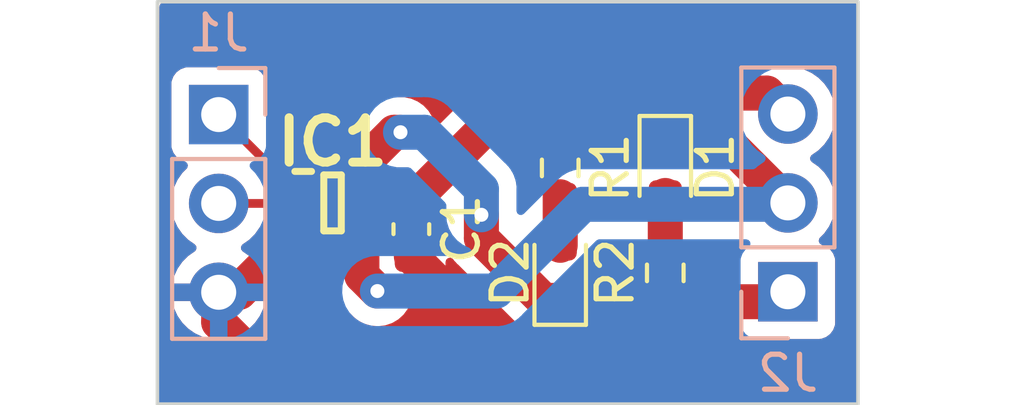
<source format=kicad_pcb>
(kicad_pcb (version 20221018) (generator pcbnew)
  (layers (0 "F.Cu" signal) (31 "B.Cu" signal) (34 "B.Paste" user) (35 "F.Paste" user) (36 "B.SilkS" user "B.Silkscreen") (37 "F.SilkS" user "F.Silkscreen") (38 "B.Mask" user) (39 "F.Mask" user) (44 "Edge.Cuts" user))
  (net 0 "")
  (net 1 "V_M2")
  (net 2 "Net-(D2-A)")
  (net 3 "PWM_DRV1")
  (net 4 "PWM_DRV2")
  (net 5 "GND")
  (net 6 "V_M1")
  (net 7 "VDD")
  (net 8 "Net-(D1-A)")
  (footprint "Resistor_SMD:R_0603_1608Metric" (layer "F.Cu") (at 56 33 90)
    (fp_text reference "R2" (at 0 -1.43 90) (layer "F.SilkS"))
    (fp_text value "500R")
    (fp_line (start -0.237258 -0.5225) (end 0.237258 -0.5225) (stroke (width 0.12)) (layer "F.SilkS"))
    (fp_line (start -0.237258 0.5225) (end 0.237258 0.5225) (stroke (width 0.12)) (layer "F.SilkS"))
    (pad "1" smd roundrect (at -0.825 0 90) (size 0.8 0.95) (layers "F.Cu" "F.Paste" "F.Mask") (net 1 "V_M2"))
    (pad "2" smd roundrect (at 0.825 0 90) (size 0.8 0.95) (layers "F.Cu" "F.Paste" "F.Mask") (net 8 "Net-(D1-A)"))
  )
  (footprint "Diode_SMD:D_0603_1608Metric" (layer "F.Cu") (at 53 33 90)
    (fp_text reference "D2" (at 0 -1.43 90) (layer "F.SilkS"))
    (fp_text value "LED")
    (fp_line (start -1.485 -0.735) (end -1.485 0.735) (stroke (width 0.12)) (layer "F.SilkS"))
    (fp_line (start -1.485 0.735) (end 0.8 0.735) (stroke (width 0.12)) (layer "F.SilkS"))
    (fp_line (start 0.8 -0.735) (end -1.485 -0.735) (stroke (width 0.12)) (layer "F.SilkS"))
    (pad "1" smd roundrect (at -0.7875 0 90) (size 0.875 0.95) (layers "F.Cu" "F.Paste" "F.Mask") (net 1 "V_M2"))
    (pad "2" smd roundrect (at 0.7875 0 90) (size 0.875 0.95) (layers "F.Cu" "F.Paste" "F.Mask") (net 2 "Net-(D2-A)"))
  )
  (footprint "Diode_SMD:D_0603_1608Metric" (layer "F.Cu") (at 56 30 -90)
    (fp_text reference "D1" (at 0 -1.43 90) (layer "F.SilkS"))
    (fp_text value "LED")
    (fp_line (start -1.485 -0.735) (end -1.485 0.735) (stroke (width 0.12)) (layer "F.SilkS"))
    (fp_line (start -1.485 0.735) (end 0.8 0.735) (stroke (width 0.12)) (layer "F.SilkS"))
    (fp_line (start 0.8 -0.735) (end -1.485 -0.735) (stroke (width 0.12)) (layer "F.SilkS"))
    (pad "1" smd roundrect (at -0.7875 0 270) (size 0.875 0.95) (layers "F.Cu" "F.Paste" "F.Mask") (net 6 "V_M1"))
    (pad "2" smd roundrect (at 0.7875 0 270) (size 0.875 0.95) (layers "F.Cu" "F.Paste" "F.Mask") (net 8 "Net-(D1-A)"))
  )
  (footprint "Capacitor_SMD:C_0603_1608Metric" (layer "F.Cu") (at 48.75 31.75 -90)
    (fp_text reference "C1" (at 0 -1.43 90) (layer "F.SilkS"))
    (fp_text value "100nF")
    (fp_line (start -0.14058 -0.51) (end 0.14058 -0.51) (stroke (width 0.12)) (layer "F.SilkS"))
    (fp_line (start -0.14058 0.51) (end 0.14058 0.51) (stroke (width 0.12)) (layer "F.SilkS"))
    (pad "1" smd roundrect (at -0.775 0 270) (size 0.9 0.95) (layers "F.Cu" "F.Paste" "F.Mask") (net 7 "VDD"))
    (pad "2" smd roundrect (at 0.775 0 270) (size 0.9 0.95) (layers "F.Cu" "F.Paste" "F.Mask") (net 5 "GND"))
  )
  (footprint "Resistor_SMD:R_0603_1608Metric" (layer "F.Cu") (at 53 30 -90)
    (fp_text reference "R1" (at 0 -1.43 90) (layer "F.SilkS"))
    (fp_text value "500R")
    (fp_line (start -0.237258 -0.5225) (end 0.237258 -0.5225) (stroke (width 0.12)) (layer "F.SilkS"))
    (fp_line (start -0.237258 0.5225) (end 0.237258 0.5225) (stroke (width 0.12)) (layer "F.SilkS"))
    (pad "1" smd roundrect (at -0.825 0 270) (size 0.8 0.95) (layers "F.Cu" "F.Paste" "F.Mask") (net 6 "V_M1"))
    (pad "2" smd roundrect (at 0.825 0 270) (size 0.8 0.95) (layers "F.Cu" "F.Paste" "F.Mask") (net 2 "Net-(D2-A)"))
  )
  (footprint "User_defined_footprints:SOTFL50P160X60-6N" (layer "F.Cu") (at 46.5 31)
    (fp_text reference "IC1" (at 0 -1.7392) (layer "F.SilkS") (effects (font (size 1.27 1.27) (thickness 0.254))))
    (fp_text value "DRV8210DRLR" hide)
    (fp_line (start -1.075 -0.9) (end -0.6 -0.9) (stroke (width 0.2)) (layer "F.SilkS"))
    (fp_line (start -0.25 -0.8) (end 0.25 -0.8) (stroke (width 0.2)) (layer "F.SilkS"))
    (fp_line (start -0.25 0.8) (end -0.25 -0.8) (stroke (width 0.2)) (layer "F.SilkS"))
    (fp_line (start 0.25 -0.8) (end 0.25 0.8) (stroke (width 0.2)) (layer "F.SilkS"))
    (fp_line (start 0.25 0.8) (end -0.25 0.8) (stroke (width 0.2)) (layer "F.SilkS"))
    (pad "1" smd rect (at -0.838 -0.5 90) (size 0.3 0.475) (layers "F.Cu" "F.Paste" "F.Mask") (net 3 "PWM_DRV1"))
    (pad "2" smd rect (at -0.838 0 90) (size 0.3 0.475) (layers "F.Cu" "F.Paste" "F.Mask") (net 4 "PWM_DRV2"))
    (pad "3" smd rect (at -0.838 0.5 90) (size 0.3 0.475) (layers "F.Cu" "F.Paste" "F.Mask") (net 5 "GND"))
    (pad "4" smd rect (at 0.838 0.5 90) (size 0.3 0.475) (layers "F.Cu" "F.Paste" "F.Mask") (net 6 "V_M1"))
    (pad "5" smd rect (at 0.838 0 90) (size 0.3 0.475) (layers "F.Cu" "F.Paste" "F.Mask") (net 7 "VDD"))
    (pad "6" smd rect (at 0.838 -0.5 90) (size 0.3 0.475) (layers "F.Cu" "F.Paste" "F.Mask") (net 1 "V_M2"))
  )
  (footprint "Connector_PinHeader_2.54mm:PinHeader_1x03_P2.54mm_Vertical" (layer "B.Cu") (at 43.25 28.475 180)
    (fp_text reference "J1" (at 0 2.33) (layer "B.SilkS") (effects (justify mirror)))
    (fp_text value "Conn_01x03_Pin")
    (fp_line (start -1.33 -6.41) (end 1.33 -6.41) (stroke (width 0.12)) (layer "B.SilkS"))
    (fp_line (start -1.33 -1.27) (end -1.33 -6.41) (stroke (width 0.12)) (layer "B.SilkS"))
    (fp_line (start -1.33 -1.27) (end 1.33 -1.27) (stroke (width 0.12)) (layer "B.SilkS"))
    (fp_line (start -1.33 0) (end -1.33 1.33) (stroke (width 0.12)) (layer "B.SilkS"))
    (fp_line (start -1.33 1.33) (end 0 1.33) (stroke (width 0.12)) (layer "B.SilkS"))
    (fp_line (start 1.33 -1.27) (end 1.33 -6.41) (stroke (width 0.12)) (layer "B.SilkS"))
    (pad "1" thru_hole rect (at 0 0 180) (size 1.7 1.7) (drill 1) (layers "*.Cu" "*.Mask") (net 3 "PWM_DRV1"))
    (pad "2" thru_hole oval (at 0 -2.54 180) (size 1.7 1.7) (drill 1) (layers "*.Cu" "*.Mask") (net 4 "PWM_DRV2"))
    (pad "3" thru_hole oval (at 0 -5.08 180) (size 1.7 1.7) (drill 1) (layers "*.Cu" "*.Mask") (net 5 "GND"))
  )
  (footprint "Connector_PinHeader_2.54mm:PinHeader_1x03_P2.54mm_Vertical" (layer "B.Cu") (at 59.5 33.54)
    (fp_text reference "J2" (at 0 2.33) (layer "B.SilkS") (effects (justify mirror)))
    (fp_text value "Conn_01x03_Pin")
    (fp_line (start -1.33 -6.41) (end 1.33 -6.41) (stroke (width 0.12)) (layer "B.SilkS"))
    (fp_line (start -1.33 -1.27) (end -1.33 -6.41) (stroke (width 0.12)) (layer "B.SilkS"))
    (fp_line (start -1.33 -1.27) (end 1.33 -1.27) (stroke (width 0.12)) (layer "B.SilkS"))
    (fp_line (start -1.33 0) (end -1.33 1.33) (stroke (width 0.12)) (layer "B.SilkS"))
    (fp_line (start -1.33 1.33) (end 0 1.33) (stroke (width 0.12)) (layer "B.SilkS"))
    (fp_line (start 1.33 -1.27) (end 1.33 -6.41) (stroke (width 0.12)) (layer "B.SilkS"))
    (pad "1" thru_hole rect (at 0 0) (size 1.7 1.7) (drill 1) (layers "*.Cu" "*.Mask") (net 1 "V_M2"))
    (pad "2" thru_hole oval (at 0 -2.54) (size 1.7 1.7) (drill 1) (layers "*.Cu" "*.Mask") (net 6 "V_M1"))
    (pad "3" thru_hole oval (at 0 -5.08) (size 1.7 1.7) (drill 1) (layers "*.Cu" "*.Mask") (net 7 "VDD"))
  )
  (gr_rect (start 41.5 25.25) (end 61.5 36.75) (stroke (width 0.1)) (fill none) (layer "Edge.Cuts"))
  (segment (start 53 33.7875) (end 52.525 33.7875) (width 1) (layer "F.Cu") (net 1))
  (segment (start 50.75 32.0125) (end 50.75 31.34) (width 1) (layer "F.Cu") (net 1))
  (segment (start 47.338 29.9034) (end 47.338 30.15) (width 1) (layer "F.Cu") (net 1))
  (segment (start 48.44 28.98) (end 48.2614 28.98) (width 1) (layer "F.Cu") (net 1))
  (segment (start 52.525 33.7875) (end 50.75 32.0125) (width 1) (layer "F.Cu") (net 1))
  (segment (start 59.215 33.825) (end 59.5 33.54) (width 1) (layer "F.Cu") (net 1))
  (segment (start 48.2614 28.98) (end 47.338 29.9034) (width 1) (layer "F.Cu") (net 1))
  (segment (start 56 33.825) (end 59.215 33.825) (width 1) (layer "F.Cu") (net 1))
  (segment (start 53.0375 33.825) (end 53 33.7875) (width 1) (layer "F.Cu") (net 1))
  (segment (start 56 33.825) (end 53.0375 33.825) (width 1) (layer "F.Cu") (net 1))
  (via (at 48.44 28.98) (size 0.8) (drill 0.4) (layers "F.Cu" "B.Cu") (net 1))
  (via (at 50.75 31.34) (size 0.8) (drill 0.4) (layers "F.Cu" "B.Cu") (net 1))
  (segment (start 49.1222 28.98) (end 48.44 28.98) (width 1) (layer "B.Cu") (net 1))
  (segment (start 50.75 30.6078) (end 49.1222 28.98) (width 1) (layer "B.Cu") (net 1))
  (segment (start 50.75 31.34) (end 50.75 30.6078) (width 1) (layer "B.Cu") (net 1))
  (segment (start 53 30.825) (end 53 32.2125) (width 1) (layer "F.Cu") (net 2))
  (segment (start 45.275 30.5) (end 45.662 30.5) (width 0.25) (layer "F.Cu") (net 3))
  (segment (start 43.25 28.475) (end 45.275 30.5) (width 0.25) (layer "F.Cu") (net 3))
  (segment (start 43.25 31.015) (end 45.647 31.015) (width 0.25) (layer "F.Cu") (net 4))
  (segment (start 45.647 31.015) (end 45.662 31) (width 0.25) (layer "F.Cu") (net 4))
  (segment (start 43.25 33.555) (end 43.25 34.4108) (width 1) (layer "F.Cu") (net 5))
  (segment (start 45.305 31.5) (end 45.662 31.5) (width 0.25) (layer "F.Cu") (net 5))
  (segment (start 43.25 33.555) (end 45.305 31.5) (width 0.25) (layer "F.Cu") (net 5))
  (segment (start 49.8856 33.6606) (end 48.75 32.525) (width 1) (layer "F.Cu") (net 5))
  (segment (start 43.25 33.555) (end 43.8388 33.555) (width 1) (layer "F.Cu") (net 5))
  (segment (start 48.8442 35.6616) (end 49.8856 34.6202) (width 1) (layer "F.Cu") (net 5))
  (segment (start 43.8388 33.555) (end 45.5438 31.85) (width 1) (layer "F.Cu") (net 5))
  (segment (start 44.5008 35.6616) (end 48.8442 35.6616) (width 1) (layer "F.Cu") (net 5))
  (segment (start 49.8856 34.6202) (end 49.8856 33.6606) (width 1) (layer "F.Cu") (net 5))
  (segment (start 45.5438 31.85) (end 45.662 31.85) (width 1) (layer "F.Cu") (net 5))
  (segment (start 43.25 34.4108) (end 44.5008 35.6616) (width 1) (layer "F.Cu") (net 5))
  (segment (start 56 29.2125) (end 53.0375 29.2125) (width 1) (layer "F.Cu") (net 6))
  (segment (start 47.338 33.078) (end 47.78 33.52) (width 1) (layer "F.Cu") (net 6))
  (segment (start 47.338 33.078) (end 47.338 31.85) (width 1) (layer "F.Cu") (net 6))
  (segment (start 59.5 31) (end 57.7125 29.2125) (width 1) (layer "F.Cu") (net 6))
  (segment (start 53.0375 29.2125) (end 53 29.175) (width 1) (layer "F.Cu") (net 6))
  (segment (start 57.7125 29.2125) (end 56 29.2125) (width 1) (layer "F.Cu") (net 6))
  (segment (start 47.338 31.5) (end 47.338 33.078) (width 0.25) (layer "F.Cu") (net 6))
  (via (at 47.78 33.52) (size 0.8) (drill 0.4) (layers "F.Cu" "B.Cu") (net 6))
  (segment (start 59.46 31.04) (end 59.5 31) (width 1) (layer "B.Cu") (net 6))
  (segment (start 51.17 33.52) (end 53.65 31.04) (width 1) (layer "B.Cu") (net 6))
  (segment (start 47.78 33.52) (end 51.17 33.52) (width 1) (layer "B.Cu") (net 6))
  (segment (start 53.65 31.04) (end 59.46 31.04) (width 1) (layer "B.Cu") (net 6))
  (segment (start 59.5 28.46) (end 58.901432 27.861432) (width 1) (layer "F.Cu") (net 7))
  (segment (start 48.725 31) (end 48.75 30.975) (width 0.25) (layer "F.Cu") (net 7))
  (segment (start 47.338 31) (end 48.725 31) (width 0.25) (layer "F.Cu") (net 7))
  (segment (start 58.901432 27.861432) (end 51.863568 27.861432) (width 1) (layer "F.Cu") (net 7))
  (segment (start 51.863568 27.861432) (end 48.75 30.975) (width 1) (layer "F.Cu") (net 7))
  (segment (start 56 30.7875) (end 56 32.175) (width 1) (layer "F.Cu") (net 8))
  (zone (net 5) (net_name "GND") (layer "F.Cu") (connect_pads (clearance 0.5)) (min_thickness 0.25) (fill yes (thermal_gap 0.5) (thermal_bridge_width 0.5))
    (polygon (pts (xy 41.5544 25.273) (xy 61.468 25.2476) (xy 61.5188 36.7538) (xy 41.5036 36.7538)))
  )
  (zone (net 5) (net_name "GND") (layer "B.Cu") (priority 1) (connect_pads (clearance 0.5)) (min_thickness 0.25) (fill yes (thermal_gap 0.5) (thermal_bridge_width 0.5))
    (polygon (pts (xy 41.5544 25.273) (xy 61.468 25.2476) (xy 61.5188 36.7538) (xy 41.5036 36.7538)))
  )
)
</source>
